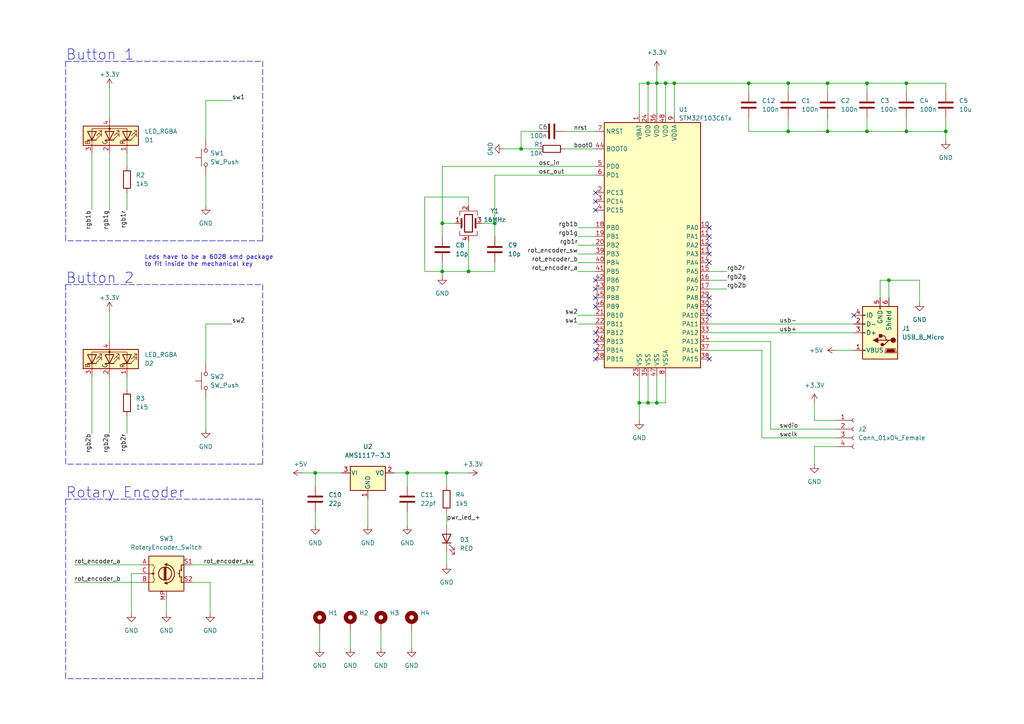
<source format=kicad_sch>
(kicad_sch (version 20211123) (generator eeschema)
  (paper "A4")
  (lib_symbols
    (symbol "Connector:Conn_01x04_Female" (pin_names (offset 1.016) hide)
      (property "Reference" "J" (at 0 5.08 0))
      (property "Value" "Conn_01x04_Female" (at 0 -7.62 0))
      (symbol "Conn_01x04_Female_1_1"
        (arc (start 0 -4.572) (mid -0.508 -5.08) (end 0 -5.588) (stroke (width 0.1524)))
        (arc (start 0 -2.032) (mid -0.508 -2.54) (end 0 -3.048) (stroke (width 0.1524)))
        (polyline (pts (xy -1.27 -5.08) (xy -0.508 -5.08)) (stroke (width 0.1524)))
        (polyline (pts (xy -1.27 -2.54) (xy -0.508 -2.54)) (stroke (width 0.1524)))
        (polyline (pts (xy -1.27 0) (xy -0.508 0)) (stroke (width 0.1524)))
        (polyline (pts (xy -1.27 2.54) (xy -0.508 2.54)) (stroke (width 0.1524)))
        (arc (start 0 0.508) (mid -0.508 0) (end 0 -0.508) (stroke (width 0.1524)))
        (arc (start 0 3.048) (mid -0.508 2.54) (end 0 2.032) (stroke (width 0.1524)))
        (pin passive line (at -5.08 2.54 0) (length 3.81) (name "Pin_1") (number "1"))
        (pin passive line (at -5.08 0 0) (length 3.81) (name "Pin_2") (number "2"))
        (pin passive line (at -5.08 -2.54 0) (length 3.81) (name "Pin_3") (number "3"))
        (pin passive line (at -5.08 -5.08 0) (length 3.81) (name "Pin_4") (number "4"))
      )
    )
    (symbol "Connector:USB_B_Micro" (pin_names (offset 1.016))
      (property "Reference" "J" (at -5.08 11.43 0))
      (property "Value" "USB_B_Micro" (at -5.08 8.89 0))
      (symbol "USB_B_Micro_0_1"
        (rectangle (start -5.08 -7.62) (end 5.08 7.62) (stroke (width 0.254)) (fill (type background)))
        (circle (center -3.81 2.159) (radius 0.635) (stroke (width 0.254)) (fill (type outline)))
        (circle (center -0.635 3.429) (radius 0.381) (stroke (width 0.254)) (fill (type outline)))
        (rectangle (start -0.127 -7.62) (end 0.127 -6.858))
        (polyline (pts (xy -1.905 2.159) (xy 0.635 2.159)) (stroke (width 0.254)))
        (polyline (pts (xy -3.175 2.159) (xy -2.54 2.159) (xy -1.27 3.429) (xy -0.635 3.429)) (stroke (width 0.254)))
        (polyline (pts (xy -2.54 2.159) (xy -1.905 2.159) (xy -1.27 0.889) (xy 0 0.889)) (stroke (width 0.254)))
        (polyline (pts (xy 0.635 2.794) (xy 0.635 1.524) (xy 1.905 2.159) (xy 0.635 2.794)) (stroke (width 0.254)) (fill (type outline)))
        (polyline (pts (xy -4.318 5.588) (xy -1.778 5.588) (xy -2.032 4.826) (xy -4.064 4.826) (xy -4.318 5.588)) (fill (type outline)))
        (polyline (pts (xy -4.699 5.842) (xy -4.699 5.588) (xy -4.445 4.826) (xy -4.445 4.572) (xy -1.651 4.572) (xy -1.651 4.826) (xy -1.397 5.588) (xy -1.397 5.842) (xy -4.699 5.842)))
        (rectangle (start 0.254 1.27) (end -0.508 0.508) (stroke (width 0.254)) (fill (type outline)))
        (rectangle (start 5.08 -5.207) (end 4.318 -4.953))
        (rectangle (start 5.08 -2.667) (end 4.318 -2.413))
        (rectangle (start 5.08 -0.127) (end 4.318 0.127))
        (rectangle (start 5.08 4.953) (end 4.318 5.207))
      )
      (symbol "USB_B_Micro_1_1"
        (pin power_out line (at 7.62 5.08 180) (length 2.54) (name "VBUS") (number "1"))
        (pin bidirectional line (at 7.62 -2.54 180) (length 2.54) (name "D-") (number "2"))
        (pin bidirectional line (at 7.62 0 180) (length 2.54) (name "D+") (number "3"))
        (pin passive line (at 7.62 -5.08 180) (length 2.54) (name "ID") (number "4"))
        (pin power_out line (at 0 -10.16 90) (length 2.54) (name "GND") (number "5"))
        (pin passive line (at -2.54 -10.16 90) (length 2.54) (name "Shield") (number "6"))
      )
    )
    (symbol "Device:C" (pin_numbers hide) (pin_names (offset 0.254))
      (property "Reference" "C" (at 0.635 2.54 0))
      (property "Value" "C" (at 0.635 -2.54 0))
      (symbol "C_0_1"
        (polyline (pts (xy -2.032 -0.762) (xy 2.032 -0.762)) (stroke (width 0.508)))
        (polyline (pts (xy -2.032 0.762) (xy 2.032 0.762)) (stroke (width 0.508)))
      )
      (symbol "C_1_1"
        (pin passive line (at 0 3.81 270) (length 2.794) (name "~") (number "1"))
        (pin passive line (at 0 -3.81 90) (length 2.794) (name "~") (number "2"))
      )
    )
    (symbol "Device:Crystal_GND24" (pin_names (offset 1.016) hide)
      (property "Reference" "Y" (at 3.175 5.08 0))
      (property "Value" "Crystal_GND24" (at 3.175 3.175 0))
      (symbol "Crystal_GND24_0_1"
        (rectangle (start -1.143 2.54) (end 1.143 -2.54) (stroke (width 0.3048)))
        (polyline (pts (xy -2.54 0) (xy -2.032 0)))
        (polyline (pts (xy -2.032 -1.27) (xy -2.032 1.27)) (stroke (width 0.508)))
        (polyline (pts (xy 0 -3.81) (xy 0 -3.556)))
        (polyline (pts (xy 0 3.556) (xy 0 3.81)))
        (polyline (pts (xy 2.032 -1.27) (xy 2.032 1.27)) (stroke (width 0.508)))
        (polyline (pts (xy 2.032 0) (xy 2.54 0)))
        (polyline (pts (xy -2.54 -2.286) (xy -2.54 -3.556) (xy 2.54 -3.556) (xy 2.54 -2.286)))
        (polyline (pts (xy -2.54 2.286) (xy -2.54 3.556) (xy 2.54 3.556) (xy 2.54 2.286)))
      )
      (symbol "Crystal_GND24_1_1"
        (pin passive line (at -3.81 0 0) (length 1.27) (name "1") (number "1"))
        (pin passive line (at 0 5.08 270) (length 1.27) (name "2") (number "2"))
        (pin passive line (at 3.81 0 180) (length 1.27) (name "3") (number "3"))
        (pin passive line (at 0 -5.08 90) (length 1.27) (name "4") (number "4"))
      )
    )
    (symbol "Device:LED" (pin_numbers hide) (pin_names (offset 1.016) hide)
      (property "Reference" "D" (at 0 2.54 0))
      (property "Value" "LED" (at 0 -2.54 0))
      (symbol "LED_0_1"
        (polyline (pts (xy -1.27 -1.27) (xy -1.27 1.27)) (stroke (width 0.254)))
        (polyline (pts (xy -1.27 0) (xy 1.27 0)))
        (polyline (pts (xy 1.27 -1.27) (xy 1.27 1.27) (xy -1.27 0) (xy 1.27 -1.27)) (stroke (width 0.254)))
        (polyline (pts (xy -3.048 -0.762) (xy -4.572 -2.286) (xy -3.81 -2.286) (xy -4.572 -2.286) (xy -4.572 -1.524)))
        (polyline (pts (xy -1.778 -0.762) (xy -3.302 -2.286) (xy -2.54 -2.286) (xy -3.302 -2.286) (xy -3.302 -1.524)))
      )
      (symbol "LED_1_1"
        (pin passive line (at -3.81 0 0) (length 2.54) (name "K") (number "1"))
        (pin passive line (at 3.81 0 180) (length 2.54) (name "A") (number "2"))
      )
    )
    (symbol "Device:LED_RGBA" (pin_names (offset 0) hide)
      (property "Reference" "D" (at 0 9.398 0))
      (property "Value" "LED_RGBA" (at 0 -8.89 0))
      (symbol "LED_RGBA_0_0"
        (text "B" (at -1.905 -6.35 0) (effects (font (size 1.27 1.27))))
        (text "G" (at -1.905 -1.27 0) (effects (font (size 1.27 1.27))))
        (text "R" (at -1.905 3.81 0) (effects (font (size 1.27 1.27))))
      )
      (symbol "LED_RGBA_0_1"
        (polyline (pts (xy -1.27 -5.08) (xy -2.54 -5.08)))
        (polyline (pts (xy -1.27 -5.08) (xy 1.27 -5.08)))
        (polyline (pts (xy -1.27 -3.81) (xy -1.27 -6.35)) (stroke (width 0.254)))
        (polyline (pts (xy -1.27 0) (xy -2.54 0)))
        (polyline (pts (xy -1.27 1.27) (xy -1.27 -1.27)) (stroke (width 0.254)))
        (polyline (pts (xy -1.27 5.08) (xy -2.54 5.08)))
        (polyline (pts (xy -1.27 5.08) (xy 1.27 5.08)))
        (polyline (pts (xy -1.27 6.35) (xy -1.27 3.81)) (stroke (width 0.254)))
        (polyline (pts (xy 1.27 0) (xy -1.27 0)))
        (polyline (pts (xy 1.27 0) (xy 2.54 0)))
        (polyline (pts (xy -1.27 1.27) (xy -1.27 -1.27) (xy -1.27 -1.27)))
        (polyline (pts (xy -1.27 6.35) (xy -1.27 3.81) (xy -1.27 3.81)))
        (polyline (pts (xy 1.27 -5.08) (xy 2.032 -5.08) (xy 2.032 5.08) (xy 1.27 5.08)))
        (polyline (pts (xy 1.27 -3.81) (xy 1.27 -6.35) (xy -1.27 -5.08) (xy 1.27 -3.81)) (stroke (width 0.254)))
        (polyline (pts (xy 1.27 1.27) (xy 1.27 -1.27) (xy -1.27 0) (xy 1.27 1.27)) (stroke (width 0.254)))
        (polyline (pts (xy 1.27 6.35) (xy 1.27 3.81) (xy -1.27 5.08) (xy 1.27 6.35)) (stroke (width 0.254)))
        (polyline (pts (xy -1.016 -3.81) (xy 0.508 -2.286) (xy -0.254 -2.286) (xy 0.508 -2.286) (xy 0.508 -3.048)))
        (polyline (pts (xy -1.016 1.27) (xy 0.508 2.794) (xy -0.254 2.794) (xy 0.508 2.794) (xy 0.508 2.032)))
        (polyline (pts (xy -1.016 6.35) (xy 0.508 7.874) (xy -0.254 7.874) (xy 0.508 7.874) (xy 0.508 7.112)))
        (polyline (pts (xy 0 -3.81) (xy 1.524 -2.286) (xy 0.762 -2.286) (xy 1.524 -2.286) (xy 1.524 -3.048)))
        (polyline (pts (xy 0 1.27) (xy 1.524 2.794) (xy 0.762 2.794) (xy 1.524 2.794) (xy 1.524 2.032)))
        (polyline (pts (xy 0 6.35) (xy 1.524 7.874) (xy 0.762 7.874) (xy 1.524 7.874) (xy 1.524 7.112)))
        (rectangle (start 1.27 -1.27) (end 1.27 1.27))
        (rectangle (start 1.27 1.27) (end 1.27 1.27))
        (rectangle (start 1.27 3.81) (end 1.27 6.35))
        (rectangle (start 1.27 6.35) (end 1.27 6.35))
        (circle (center 2.032 0) (radius 0.254) (fill (type outline)))
        (rectangle (start 2.794 8.382) (end -2.794 -7.62) (stroke (width 0.254)) (fill (type background)))
      )
      (symbol "LED_RGBA_1_1"
        (pin passive line (at -5.08 5.08 0) (length 2.54) (name "RK") (number "1"))
        (pin passive line (at -5.08 0 0) (length 2.54) (name "GK") (number "2"))
        (pin passive line (at -5.08 -5.08 0) (length 2.54) (name "BK") (number "3"))
        (pin passive line (at 5.08 0 180) (length 2.54) (name "A") (number "4"))
      )
    )
    (symbol "Device:R" (pin_numbers hide) (pin_names (offset 0))
      (property "Reference" "R" (at 2.032 0 90))
      (property "Value" "R" (at 0 0 90))
      (symbol "R_0_1"
        (rectangle (start -1.016 -2.54) (end 1.016 2.54) (stroke (width 0.254)))
      )
      (symbol "R_1_1"
        (pin passive line (at 0 3.81 270) (length 1.27) (name "~") (number "1"))
        (pin passive line (at 0 -3.81 90) (length 1.27) (name "~") (number "2"))
      )
    )
    (symbol "Device:RotaryEncoder_Switch" (pin_names (offset 0.254) hide)
      (property "Reference" "SW3" (at 0 10.16 0))
      (property "Value" "RotaryEncoder_Switch" (at 0 7.62 0))
      (symbol "RotaryEncoder_Switch_0_1"
        (rectangle (start -5.08 5.08) (end 5.08 -5.08) (stroke (width 0.254)) (fill (type background)))
        (circle (center -3.81 0) (radius 0.254) (fill (type outline)))
        (arc (start -0.381 -2.794) (mid 2.3622 -0.0508) (end -0.381 2.667) (stroke (width 0.254)))
        (circle (center -0.381 0) (radius 1.905) (stroke (width 0.254)))
        (polyline (pts (xy -0.635 -1.778) (xy -0.635 1.778)) (stroke (width 0.254)))
        (polyline (pts (xy -0.381 -1.778) (xy -0.381 1.778)) (stroke (width 0.254)))
        (polyline (pts (xy -0.127 1.778) (xy -0.127 -1.778)) (stroke (width 0.254)))
        (polyline (pts (xy 3.81 0) (xy 3.429 0)) (stroke (width 0.254)))
        (polyline (pts (xy 3.81 1.016) (xy 3.81 -1.016)) (stroke (width 0.254)))
        (polyline (pts (xy -5.08 -2.54) (xy -3.81 -2.54) (xy -3.81 -2.032)))
        (polyline (pts (xy -5.08 2.54) (xy -3.81 2.54) (xy -3.81 2.032)))
        (polyline (pts (xy 0.254 -3.048) (xy -0.508 -2.794) (xy 0.127 -2.413)) (stroke (width 0.254)))
        (polyline (pts (xy 0.254 2.921) (xy -0.508 2.667) (xy 0.127 2.286)) (stroke (width 0.254)))
        (polyline (pts (xy 5.08 -2.54) (xy 4.318 -2.54) (xy 4.318 -1.016)) (stroke (width 0.254)))
        (polyline (pts (xy 5.08 2.54) (xy 4.318 2.54) (xy 4.318 1.016)) (stroke (width 0.254)))
        (polyline (pts (xy -5.08 0) (xy -3.81 0) (xy -3.81 -1.016) (xy -3.302 -2.032)))
        (polyline (pts (xy -4.318 0) (xy -3.81 0) (xy -3.81 1.016) (xy -3.302 2.032)))
        (circle (center 4.318 -1.016) (radius 0.127) (stroke (width 0.254)))
        (circle (center 4.318 1.016) (radius 0.127) (stroke (width 0.254)))
      )
      (symbol "RotaryEncoder_Switch_1_1"
        (pin passive line (at -7.62 2.54 0) (length 2.54) (name "A") (number "A"))
        (pin passive line (at -7.62 -2.54 0) (length 2.54) (name "B") (number "B"))
        (pin passive line (at -7.62 0 0) (length 2.54) (name "C") (number "C"))
        (pin passive line (at 0 -7.62 90) (length 2.54) (name "MP") (number "MP"))
        (pin passive line (at 7.62 2.54 180) (length 2.54) (name "S1") (number "S1"))
        (pin passive line (at 7.62 -2.54 180) (length 2.54) (name "S2") (number "S2"))
      )
    )
    (symbol "MCU_ST_STM32F1:STM32F103C6Tx"
      (property "Reference" "U" (at -15.24 36.83 0))
      (property "Value" "STM32F103C6Tx" (at 7.62 36.83 0))
      (symbol "STM32F103C6Tx_0_1"
        (rectangle (start -15.24 -35.56) (end 12.7 35.56) (stroke (width 0.254)) (fill (type background)))
      )
      (symbol "STM32F103C6Tx_1_1"
        (pin power_in line (at -5.08 38.1 270) (length 2.54) (name "VBAT") (number "1"))
        (pin bidirectional line (at 15.24 5.08 180) (length 2.54) (name "PA0") (number "10"))
        (pin bidirectional line (at 15.24 2.54 180) (length 2.54) (name "PA1") (number "11"))
        (pin bidirectional line (at 15.24 0 180) (length 2.54) (name "PA2") (number "12"))
        (pin bidirectional line (at 15.24 -2.54 180) (length 2.54) (name "PA3") (number "13"))
        (pin bidirectional line (at 15.24 -5.08 180) (length 2.54) (name "PA4") (number "14"))
        (pin bidirectional line (at 15.24 -7.62 180) (length 2.54) (name "PA5") (number "15"))
        (pin bidirectional line (at 15.24 -10.16 180) (length 2.54) (name "PA6") (number "16"))
        (pin bidirectional line (at 15.24 -12.7 180) (length 2.54) (name "PA7") (number "17"))
        (pin bidirectional line (at -17.78 5.08 0) (length 2.54) (name "PB0") (number "18"))
        (pin bidirectional line (at -17.78 2.54 0) (length 2.54) (name "PB1") (number "19"))
        (pin bidirectional line (at -17.78 15.24 0) (length 2.54) (name "PC13") (number "2"))
        (pin bidirectional line (at -17.78 0 0) (length 2.54) (name "PB2") (number "20"))
        (pin bidirectional line (at -17.78 -20.32 0) (length 2.54) (name "PB10") (number "21"))
        (pin bidirectional line (at -17.78 -22.86 0) (length 2.54) (name "PB11") (number "22"))
        (pin power_in line (at -5.08 -38.1 90) (length 2.54) (name "VSS") (number "23"))
        (pin power_in line (at -2.54 38.1 270) (length 2.54) (name "VDD") (number "24"))
        (pin bidirectional line (at -17.78 -25.4 0) (length 2.54) (name "PB12") (number "25"))
        (pin bidirectional line (at -17.78 -27.94 0) (length 2.54) (name "PB13") (number "26"))
        (pin bidirectional line (at -17.78 -30.48 0) (length 2.54) (name "PB14") (number "27"))
        (pin bidirectional line (at -17.78 -33.02 0) (length 2.54) (name "PB15") (number "28"))
        (pin bidirectional line (at 15.24 -15.24 180) (length 2.54) (name "PA8") (number "29"))
        (pin bidirectional line (at -17.78 12.7 0) (length 2.54) (name "PC14") (number "3"))
        (pin bidirectional line (at 15.24 -17.78 180) (length 2.54) (name "PA9") (number "30"))
        (pin bidirectional line (at 15.24 -20.32 180) (length 2.54) (name "PA10") (number "31"))
        (pin bidirectional line (at 15.24 -22.86 180) (length 2.54) (name "PA11") (number "32"))
        (pin bidirectional line (at 15.24 -25.4 180) (length 2.54) (name "PA12") (number "33"))
        (pin bidirectional line (at 15.24 -27.94 180) (length 2.54) (name "PA13") (number "34"))
        (pin power_in line (at -2.54 -38.1 90) (length 2.54) (name "VSS") (number "35"))
        (pin power_in line (at 0 38.1 270) (length 2.54) (name "VDD") (number "36"))
        (pin bidirectional line (at 15.24 -30.48 180) (length 2.54) (name "PA14") (number "37"))
        (pin bidirectional line (at 15.24 -33.02 180) (length 2.54) (name "PA15") (number "38"))
        (pin bidirectional line (at -17.78 -2.54 0) (length 2.54) (name "PB3") (number "39"))
        (pin bidirectional line (at -17.78 10.16 0) (length 2.54) (name "PC15") (number "4"))
        (pin bidirectional line (at -17.78 -5.08 0) (length 2.54) (name "PB4") (number "40"))
        (pin bidirectional line (at -17.78 -7.62 0) (length 2.54) (name "PB5") (number "41"))
        (pin bidirectional line (at -17.78 -10.16 0) (length 2.54) (name "PB6") (number "42"))
        (pin bidirectional line (at -17.78 -12.7 0) (length 2.54) (name "PB7") (number "43"))
        (pin input line (at -17.78 27.94 0) (length 2.54) (name "BOOT0") (number "44"))
        (pin bidirectional line (at -17.78 -15.24 0) (length 2.54) (name "PB8") (number "45"))
        (pin bidirectional line (at -17.78 -17.78 0) (length 2.54) (name "PB9") (number "46"))
        (pin power_in line (at 0 -38.1 90) (length 2.54) (name "VSS") (number "47"))
        (pin power_in line (at 2.54 38.1 270) (length 2.54) (name "VDD") (number "48"))
        (pin input line (at -17.78 22.86 0) (length 2.54) (name "PD0") (number "5"))
        (pin input line (at -17.78 20.32 0) (length 2.54) (name "PD1") (number "6"))
        (pin input line (at -17.78 33.02 0) (length 2.54) (name "NRST") (number "7"))
        (pin power_in line (at 2.54 -38.1 90) (length 2.54) (name "VSSA") (number "8"))
        (pin power_in line (at 5.08 38.1 270) (length 2.54) (name "VDDA") (number "9"))
      )
    )
    (symbol "Mechanical:MountingHole_Pad" (pin_numbers hide) (pin_names (offset 1.016) hide)
      (property "Reference" "H" (at 0 6.35 0))
      (property "Value" "MountingHole_Pad" (at 0 4.445 0))
      (symbol "MountingHole_Pad_0_1"
        (circle (center 0 1.27) (radius 1.27) (stroke (width 1.27)))
      )
      (symbol "MountingHole_Pad_1_1"
        (pin input line (at 0 -2.54 90) (length 2.54) (name "1") (number "1"))
      )
    )
    (symbol "Regulator_Linear:AMS1117-3.3" (pin_names (offset 0.254))
      (property "Reference" "U" (at -3.81 3.175 0))
      (property "Value" "AMS1117-3.3" (at 0 3.175 0))
      (symbol "AMS1117-3.3_0_1"
        (rectangle (start -5.08 -5.08) (end 5.08 1.905) (stroke (width 0.254)) (fill (type background)))
      )
      (symbol "AMS1117-3.3_1_1"
        (pin power_in line (at 0 -7.62 90) (length 2.54) (name "GND") (number "1"))
        (pin power_out line (at 7.62 0 180) (length 2.54) (name "VO") (number "2"))
        (pin power_in line (at -7.62 0 0) (length 2.54) (name "VI") (number "3"))
      )
    )
    (symbol "Switch:SW_Push" (pin_numbers hide) (pin_names (offset 1.016) hide)
      (property "Reference" "SW" (at 1.27 2.54 0))
      (property "Value" "SW_Push" (at 0 -1.524 0))
      (symbol "SW_Push_0_1"
        (circle (center -2.032 0) (radius 0.508))
        (polyline (pts (xy 0 1.27) (xy 0 3.048)))
        (polyline (pts (xy 2.54 1.27) (xy -2.54 1.27)))
        (circle (center 2.032 0) (radius 0.508))
        (pin passive line (at -5.08 0 0) (length 2.54) (name "1") (number "1"))
        (pin passive line (at 5.08 0 180) (length 2.54) (name "2") (number "2"))
      )
    )
    (symbol "power:+3.3V" (power) (pin_names (offset 0))
      (property "Value" "+3.3V" (at 0 3.556 0))
      (symbol "+3.3V_0_1"
        (polyline (pts (xy -0.762 1.27) (xy 0 2.54)))
        (polyline (pts (xy 0 0) (xy 0 2.54)))
        (polyline (pts (xy 0 2.54) (xy 0.762 1.27)))
      )
      (symbol "+3.3V_1_1"
        (pin power_in line (at 0 0 90) (length 0) hide (name "+3.3V") (number "1"))
      )
    )
    (symbol "power:+5V" (power) (pin_names (offset 0))
      (property "Value" "+5V" (at 0 3.556 0))
      (symbol "+5V_0_1"
        (polyline (pts (xy -0.762 1.27) (xy 0 2.54)))
        (polyline (pts (xy 0 0) (xy 0 2.54)))
        (polyline (pts (xy 0 2.54) (xy 0.762 1.27)))
      )
      (symbol "+5V_1_1"
        (pin power_in line (at 0 0 90) (length 0) hide (name "+5V") (number "1"))
      )
    )
    (symbol "power:GND" (power) (pin_names (offset 0))
      (property "Value" "GND" (at 0 -3.81 0))
      (symbol "GND_0_1"
        (polyline (pts (xy 0 0) (xy 0 -1.27) (xy 1.27 -1.27) (xy 0 -2.54) (xy -1.27 -1.27) (xy 0 -1.27)))
      )
      (symbol "GND_1_1"
        (pin power_in line (at 0 0 270) (length 0) hide (name "GND") (number "1"))
      )
    )
  )
  (junction (at 128.27 64.77))
  (junction (at 240.03 38.1))
  (junction (at 129.54 137.16))
  (junction (at 251.46 38.1))
  (junction (at 217.17 24.13))
  (junction (at 151.13 43.18))
  (junction (at 190.5 24.13))
  (junction (at 228.6 24.13))
  (junction (at 185.42 116.84))
  (junction (at 251.46 24.13))
  (junction (at 187.96 24.13))
  (junction (at 187.96 116.84))
  (junction (at 128.27 78.74))
  (junction (at 262.89 38.1))
  (junction (at 193.04 24.13))
  (junction (at 135.89 78.74))
  (junction (at 91.44 137.16))
  (junction (at 195.58 24.13))
  (junction (at 228.6 38.1))
  (junction (at 118.11 137.16))
  (junction (at 257.81 81.28))
  (junction (at 274.32 38.1))
  (junction (at 143.51 64.77))
  (junction (at 190.5 116.84))
  (junction (at 262.89 24.13))
  (junction (at 240.03 24.13))
  (no_connect (at 247.65 91.44))
  (no_connect (at 205.74 68.58))
  (no_connect (at 205.74 66.04))
  (no_connect (at 205.74 76.2))
  (no_connect (at 205.74 73.66))
  (no_connect (at 205.74 71.12))
  (no_connect (at 205.74 104.14))
  (no_connect (at 205.74 91.44))
  (no_connect (at 205.74 86.36))
  (no_connect (at 205.74 88.9))
  (no_connect (at 172.72 81.28))
  (no_connect (at 172.72 83.82))
  (no_connect (at 172.72 86.36))
  (no_connect (at 172.72 88.9))
  (no_connect (at 172.72 96.52))
  (no_connect (at 172.72 99.06))
  (no_connect (at 172.72 101.6))
  (no_connect (at 172.72 104.14))
  (no_connect (at 172.72 55.88))
  (no_connect (at 172.72 58.42))
  (no_connect (at 172.72 60.96))
  (wire (pts (xy 36.83 48.26) (xy 36.83 44.45)))
  (wire (pts (xy 31.75 44.45) (xy 31.75 60.96)))
  (wire (pts (xy 31.75 34.29) (xy 31.75 25.4)))
  (wire (pts (xy 217.17 38.1) (xy 228.6 38.1)))
  (polyline (pts (xy 76.2 134.62) (xy 19.05 134.62)))
  (wire (pts (xy 190.5 20.32) (xy 190.5 24.13)))
  (wire (pts (xy 143.51 50.8) (xy 143.51 64.77)))
  (wire (pts (xy 255.27 86.36) (xy 255.27 81.28)))
  (wire (pts (xy 274.32 38.1) (xy 274.32 34.29)))
  (wire (pts (xy 21.59 163.83) (xy 40.64 163.83)))
  (wire (pts (xy 190.5 109.22) (xy 190.5 116.84)))
  (polyline (pts (xy 19.05 82.55) (xy 76.2 82.55)))
  (wire (pts (xy 129.54 148.59) (xy 129.54 152.4)))
  (wire (pts (xy 240.03 24.13) (xy 240.03 26.67)))
  (wire (pts (xy 156.21 43.18) (xy 151.13 43.18)))
  (wire (pts (xy 274.32 38.1) (xy 274.32 40.64)))
  (wire (pts (xy 240.03 38.1) (xy 251.46 38.1)))
  (wire (pts (xy 163.83 38.1) (xy 172.72 38.1)))
  (wire (pts (xy 129.54 137.16) (xy 129.54 140.97)))
  (wire (pts (xy 205.74 96.52) (xy 247.65 96.52)))
  (wire (pts (xy 167.64 78.74) (xy 172.72 78.74)))
  (wire (pts (xy 36.83 113.03) (xy 36.83 109.22)))
  (wire (pts (xy 236.22 116.84) (xy 236.22 121.92)))
  (wire (pts (xy 251.46 26.67) (xy 251.46 24.13)))
  (wire (pts (xy 31.75 99.06) (xy 31.75 90.17)))
  (wire (pts (xy 143.51 76.2) (xy 143.51 78.74)))
  (wire (pts (xy 217.17 24.13) (xy 228.6 24.13)))
  (wire (pts (xy 128.27 68.58) (xy 128.27 64.77)))
  (wire (pts (xy 167.64 68.58) (xy 172.72 68.58)))
  (wire (pts (xy 220.98 127) (xy 220.98 101.6)))
  (wire (pts (xy 266.7 81.28) (xy 266.7 87.63)))
  (wire (pts (xy 91.44 148.59) (xy 91.44 152.4)))
  (wire (pts (xy 172.72 93.98) (xy 167.64 93.98)))
  (wire (pts (xy 187.96 33.02) (xy 187.96 24.13)))
  (wire (pts (xy 55.88 168.91) (xy 60.96 168.91)))
  (wire (pts (xy 228.6 24.13) (xy 228.6 26.67)))
  (wire (pts (xy 59.69 115.57) (xy 59.69 124.46)))
  (wire (pts (xy 119.38 182.88) (xy 119.38 187.96)))
  (wire (pts (xy 251.46 24.13) (xy 262.89 24.13)))
  (wire (pts (xy 38.1 166.37) (xy 38.1 177.8)))
  (wire (pts (xy 167.64 71.12) (xy 172.72 71.12)))
  (wire (pts (xy 193.04 109.22) (xy 193.04 116.84)))
  (wire (pts (xy 128.27 76.2) (xy 128.27 78.74)))
  (polyline (pts (xy 19.05 17.78) (xy 19.05 69.85)))
  (wire (pts (xy 91.44 137.16) (xy 99.06 137.16)))
  (wire (pts (xy 26.67 109.22) (xy 26.67 125.73)))
  (wire (pts (xy 205.74 78.74) (xy 210.82 78.74)))
  (wire (pts (xy 40.64 166.37) (xy 38.1 166.37)))
  (wire (pts (xy 240.03 24.13) (xy 251.46 24.13)))
  (wire (pts (xy 135.89 78.74) (xy 143.51 78.74)))
  (polyline (pts (xy 76.2 82.55) (xy 76.2 134.62)))
  (wire (pts (xy 59.69 50.8) (xy 59.69 59.69)))
  (wire (pts (xy 87.63 137.16) (xy 91.44 137.16)))
  (wire (pts (xy 128.27 64.77) (xy 132.08 64.77)))
  (wire (pts (xy 195.58 24.13) (xy 217.17 24.13)))
  (wire (pts (xy 193.04 24.13) (xy 193.04 33.02)))
  (wire (pts (xy 163.83 43.18) (xy 172.72 43.18)))
  (wire (pts (xy 59.69 29.21) (xy 67.31 29.21)))
  (wire (pts (xy 274.32 24.13) (xy 274.32 26.67)))
  (wire (pts (xy 193.04 24.13) (xy 195.58 24.13)))
  (polyline (pts (xy 76.2 69.85) (xy 19.05 69.85)))
  (wire (pts (xy 135.89 69.85) (xy 135.89 78.74)))
  (polyline (pts (xy 76.2 17.78) (xy 76.2 69.85)))
  (wire (pts (xy 151.13 43.18) (xy 146.05 43.18)))
  (wire (pts (xy 118.11 137.16) (xy 129.54 137.16)))
  (wire (pts (xy 187.96 116.84) (xy 190.5 116.84)))
  (wire (pts (xy 128.27 48.26) (xy 172.72 48.26)))
  (wire (pts (xy 123.19 57.15) (xy 123.19 78.74)))
  (polyline (pts (xy 19.05 17.78) (xy 76.2 17.78)))
  (wire (pts (xy 156.21 38.1) (xy 151.13 38.1)))
  (wire (pts (xy 262.89 34.29) (xy 262.89 38.1)))
  (wire (pts (xy 228.6 24.13) (xy 240.03 24.13)))
  (wire (pts (xy 135.89 57.15) (xy 123.19 57.15)))
  (wire (pts (xy 31.75 109.22) (xy 31.75 125.73)))
  (wire (pts (xy 92.71 182.88) (xy 92.71 187.96)))
  (wire (pts (xy 187.96 24.13) (xy 190.5 24.13)))
  (wire (pts (xy 128.27 78.74) (xy 135.89 78.74)))
  (wire (pts (xy 262.89 24.13) (xy 274.32 24.13)))
  (wire (pts (xy 185.42 116.84) (xy 185.42 121.92)))
  (wire (pts (xy 242.57 101.6) (xy 247.65 101.6)))
  (wire (pts (xy 223.52 99.06) (xy 223.52 124.46)))
  (wire (pts (xy 251.46 34.29) (xy 251.46 38.1)))
  (wire (pts (xy 129.54 137.16) (xy 135.89 137.16)))
  (wire (pts (xy 240.03 34.29) (xy 240.03 38.1)))
  (wire (pts (xy 187.96 109.22) (xy 187.96 116.84)))
  (wire (pts (xy 101.6 182.88) (xy 101.6 187.96)))
  (wire (pts (xy 59.69 93.98) (xy 67.31 93.98)))
  (wire (pts (xy 262.89 38.1) (xy 274.32 38.1)))
  (wire (pts (xy 172.72 73.66) (xy 167.64 73.66)))
  (wire (pts (xy 118.11 148.59) (xy 118.11 152.4)))
  (wire (pts (xy 251.46 38.1) (xy 262.89 38.1)))
  (wire (pts (xy 91.44 140.97) (xy 91.44 137.16)))
  (polyline (pts (xy 19.05 82.55) (xy 19.05 134.62)))
  (wire (pts (xy 185.42 33.02) (xy 185.42 24.13)))
  (polyline (pts (xy 76.2 196.85) (xy 19.05 196.85)))
  (wire (pts (xy 205.74 83.82) (xy 210.82 83.82)))
  (polyline (pts (xy 76.2 144.78) (xy 76.2 196.85)))
  (polyline (pts (xy 19.05 144.78) (xy 76.2 144.78)))
  (wire (pts (xy 205.74 99.06) (xy 223.52 99.06)))
  (wire (pts (xy 228.6 38.1) (xy 240.03 38.1)))
  (wire (pts (xy 185.42 116.84) (xy 187.96 116.84)))
  (wire (pts (xy 36.83 125.73) (xy 36.83 120.65)))
  (wire (pts (xy 123.19 78.74) (xy 128.27 78.74)))
  (wire (pts (xy 190.5 24.13) (xy 193.04 24.13)))
  (wire (pts (xy 36.83 60.96) (xy 36.83 55.88)))
  (wire (pts (xy 257.81 81.28) (xy 257.81 86.36)))
  (wire (pts (xy 217.17 24.13) (xy 217.17 26.67)))
  (wire (pts (xy 185.42 24.13) (xy 187.96 24.13)))
  (wire (pts (xy 21.59 168.91) (xy 40.64 168.91)))
  (wire (pts (xy 55.88 163.83) (xy 73.66 163.83)))
  (wire (pts (xy 220.98 101.6) (xy 205.74 101.6)))
  (wire (pts (xy 262.89 24.13) (xy 262.89 26.67)))
  (wire (pts (xy 185.42 109.22) (xy 185.42 116.84)))
  (wire (pts (xy 217.17 34.29) (xy 217.17 38.1)))
  (polyline (pts (xy 19.05 144.78) (xy 19.05 196.85)))
  (wire (pts (xy 26.67 44.45) (xy 26.67 60.96)))
  (wire (pts (xy 118.11 140.97) (xy 118.11 137.16)))
  (wire (pts (xy 59.69 105.41) (xy 59.69 93.98)))
  (wire (pts (xy 110.49 182.88) (xy 110.49 187.96)))
  (wire (pts (xy 60.96 168.91) (xy 60.96 177.8)))
  (wire (pts (xy 223.52 124.46) (xy 242.57 124.46)))
  (wire (pts (xy 172.72 91.44) (xy 167.64 91.44)))
  (wire (pts (xy 236.22 129.54) (xy 236.22 134.62)))
  (wire (pts (xy 48.26 173.99) (xy 48.26 177.8)))
  (wire (pts (xy 143.51 64.77) (xy 143.51 68.58)))
  (wire (pts (xy 135.89 59.69) (xy 135.89 57.15)))
  (wire (pts (xy 190.5 116.84) (xy 193.04 116.84)))
  (wire (pts (xy 257.81 81.28) (xy 266.7 81.28)))
  (wire (pts (xy 242.57 127) (xy 220.98 127)))
  (wire (pts (xy 242.57 129.54) (xy 236.22 129.54)))
  (wire (pts (xy 59.69 40.64) (xy 59.69 29.21)))
  (wire (pts (xy 205.74 93.98) (xy 247.65 93.98)))
  (wire (pts (xy 228.6 34.29) (xy 228.6 38.1)))
  (wire (pts (xy 114.3 137.16) (xy 118.11 137.16)))
  (wire (pts (xy 128.27 78.74) (xy 128.27 80.01)))
  (wire (pts (xy 129.54 160.02) (xy 129.54 163.83)))
  (wire (pts (xy 190.5 24.13) (xy 190.5 33.02)))
  (wire (pts (xy 106.68 144.78) (xy 106.68 152.4)))
  (wire (pts (xy 205.74 81.28) (xy 210.82 81.28)))
  (wire (pts (xy 128.27 48.26) (xy 128.27 64.77)))
  (wire (pts (xy 151.13 38.1) (xy 151.13 43.18)))
  (wire (pts (xy 242.57 121.92) (xy 236.22 121.92)))
  (wire (pts (xy 167.64 66.04) (xy 172.72 66.04)))
  (wire (pts (xy 139.7 64.77) (xy 143.51 64.77)))
  (wire (pts (xy 195.58 33.02) (xy 195.58 24.13)))
  (wire (pts (xy 143.51 50.8) (xy 172.72 50.8)))
  (wire (pts (xy 167.64 76.2) (xy 172.72 76.2)))
  (wire (pts (xy 255.27 81.28) (xy 257.81 81.28)))
  (text "Leds have to be a 6028 smd package\nto fit inside the mechanical key\n" (at 41.91 77.47 0) (effects (font (size 1.27 1.27)) (justify left bottom)))
  (text "Rotary Encoder" (at 19.05 144.78 0) (effects (font (size 3 3)) (justify left bottom)))
  (text "Button 1\n" (at 19.05 17.78 0) (effects (font (size 3 3)) (justify left bottom)))
  (text "Button 2\n" (at 19.05 82.55 0) (effects (font (size 3 3)) (justify left bottom)))
  (label "usb-" (at 226.06 93.98 0))
  (label "rgb2b" (at 26.67 125.73 270))
  (label "rot_encoder_a" (at 21.59 163.83 0))
  (label "sw1" (at 67.31 29.21 0))
  (label "rgb2b" (at 210.82 83.82 0))
  (label "rgb2r" (at 210.82 78.74 0))
  (label "pwr_led_+" (at 129.54 151.13 0))
  (label "rot_encoder_a" (at 167.64 78.74 180))
  (label "sw2" (at 67.31 93.98 0))
  (label "sw2" (at 167.64 91.44 180))
  (label "rgb2g" (at 210.82 81.28 0))
  (label "sw1" (at 167.64 93.98 180))
  (label "rgb1r" (at 167.64 71.12 180))
  (label "rgb2g" (at 31.75 125.73 270))
  (label "rgb1b" (at 167.64 66.04 180))
  (label "swdio" (at 226.06 124.46 0))
  (label "osc_out" (at 156.21 50.8 0))
  (label "rot_encoder_sw" (at 167.64 73.66 180))
  (label "rgb1b" (at 26.67 60.96 270))
  (label "rgb1r" (at 36.83 60.96 270))
  (label "osc_in" (at 156.21 48.26 0))
  (label "rot_encoder_b" (at 167.64 76.2 180))
  (label "boot0" (at 166.37 43.18 0))
  (label "nrst" (at 166.37 38.1 0))
  (label "usb+" (at 226.06 96.52 0))
  (label "rot_encoder_sw" (at 73.66 163.83 180))
  (label "rot_encoder_b" (at 21.59 168.91 0))
  (label "rgb1g" (at 167.64 68.58 180))
  (label "rgb2r" (at 36.83 125.73 270))
  (label "rgb1g" (at 31.75 60.96 270))
  (label "swclk" (at 226.06 127 0))
  (symbol (lib_id "power:+5V") (at 87.63 137.16 90) (unit 1)
    (property "Reference" "#PWR016" (effects hide))
    (property "Value" "+5V" (at 85.09 134.62 90) (effects (justify right)))
  )
  (symbol (lib_id "Device:C") (at 228.6 30.48 0) (unit 1)
    (property "Reference" "C1" (at 232.41 29.2099 0) (effects (justify left)))
    (property "Value" "100n" (at 232.41 31.7499 0) (effects (justify left)))
    (property "Footprint" "Capacitor_SMD:C_0402_1005Metric_Pad0.74x0.62mm_HandSolder" (effects hide))
  )
  (symbol (lib_id "power:GND") (at 274.32 40.64 0) (unit 1)
    (property "Reference" "#PWR03" (effects hide))
    (property "Value" "GND" (at 274.32 45.72 0))
  )
  (symbol (lib_id "power:GND") (at 185.42 121.92 0) (unit 1)
    (property "Reference" "#PWR014" (effects hide))
    (property "Value" "GND" (at 185.42 127 0))
  )
  (symbol (lib_id "Device:R") (at 160.02 43.18 270) (mirror x) (unit 1)
    (property "Reference" "R1" (at 154.94 41.91 90) (effects (justify left)))
    (property "Value" "10K" (at 153.67 44.45 90) (effects (justify left)))
    (property "Footprint" "Resistor_SMD:R_0402_1005Metric_Pad0.72x0.64mm_HandSolder" (effects hide))
  )
  (symbol (lib_id "power:GND") (at 38.1 177.8 0) (unit 1)
    (property "Reference" "#PWR018" (effects hide))
    (property "Value" "GND" (at 38.1 182.88 0))
  )
  (symbol (lib_id "Device:C") (at 262.89 30.48 0) (unit 1)
    (property "Reference" "C4" (at 266.7 29.2099 0) (effects (justify left)))
    (property "Value" "100n" (at 266.7 31.7499 0) (effects (justify left)))
    (property "Footprint" "Capacitor_SMD:C_0402_1005Metric_Pad0.74x0.62mm_HandSolder" (effects hide))
  )
  (symbol (lib_id "Device:C") (at 160.02 38.1 90) (unit 1)
    (property "Reference" "C6" (at 157.48 36.83 90))
    (property "Value" "100n" (at 156.21 39.37 90))
    (property "Footprint" "Capacitor_SMD:C_0402_1005Metric_Pad0.74x0.62mm_HandSolder" (effects hide))
  )
  (symbol (lib_id "power:GND") (at 146.05 43.18 270) (unit 1)
    (property "Reference" "#PWR04" (effects hide))
    (property "Value" "GND" (at 142.24 43.18 0))
  )
  (symbol (lib_id "Device:R") (at 129.54 144.78 0) (mirror x) (unit 1)
    (property "Reference" "R4" (at 132.08 143.51 0) (effects (justify left)))
    (property "Value" "1k5" (at 132.08 146.05 0) (effects (justify left)))
    (property "Footprint" "Resistor_SMD:R_0402_1005Metric_Pad0.72x0.64mm_HandSolder" (effects hide))
  )
  (symbol (lib_id "Device:R") (at 36.83 116.84 0) (mirror x) (unit 1)
    (property "Reference" "R3" (at 39.37 115.57 0) (effects (justify left)))
    (property "Value" "1k5" (at 39.37 118.11 0) (effects (justify left)))
    (property "Footprint" "Resistor_SMD:R_0402_1005Metric_Pad0.72x0.64mm_HandSolder" (effects hide))
  )
  (symbol (lib_id "Device:LED_RGBA") (at 31.75 39.37 270) (mirror x) (unit 1)
    (property "Reference" "D1" (at 41.91 40.6401 90) (effects (justify left)))
    (property "Value" "LED_RGBA" (at 41.91 38.1001 90) (effects (justify left)))
    (property "Footprint" "LED_SMD:LED_SK6812_EC15_1.5x1.5mm" (effects hide))
  )
  (symbol (lib_id "Device:C") (at 91.44 144.78 0) (unit 1)
    (property "Reference" "C10" (at 95.25 143.5099 0) (effects (justify left)))
    (property "Value" "22p" (at 95.25 146.0499 0) (effects (justify left)))
    (property "Footprint" "Capacitor_SMD:C_0402_1005Metric_Pad0.74x0.62mm_HandSolder" (effects hide))
  )
  (symbol (lib_id "Device:R") (at 36.83 52.07 0) (mirror x) (unit 1)
    (property "Reference" "R2" (at 39.37 50.8 0) (effects (justify left)))
    (property "Value" "1k5" (at 39.37 53.34 0) (effects (justify left)))
    (property "Footprint" "Resistor_SMD:R_0402_1005Metric_Pad0.72x0.64mm_HandSolder" (effects hide))
  )
  (symbol (lib_id "power:+5V") (at 242.57 101.6 90) (unit 1)
    (property "Reference" "#PWR011" (effects hide))
    (property "Value" "+5V" (at 238.76 101.5999 90) (effects (justify left)))
  )
  (symbol (lib_id "MCU_ST_STM32F1:STM32F103C6Tx") (at 190.5 71.12 0) (unit 1)
    (property "Reference" "U1" (at 196.85 31.75 0) (effects (justify left)))
    (property "Value" "STM32F103C6Tx" (at 196.85 34.29 0) (effects (justify left)))
    (property "Footprint" "Package_QFP:LQFP-48_7x7mm_P0.5mm" (effects hide))
    (property "Datasheet" "http://www.st.com/st-web-ui/static/active/en/resource/technical/document/datasheet/CD00210843.pdf" (effects hide))
  )
  (symbol (lib_id "Mechanical:MountingHole_Pad") (at 110.49 180.34 0) (unit 1)
    (property "Reference" "H3" (at 113.03 177.7999 0) (effects (justify left)))
    (property "Value" "MountingHole_Pad" (effects hide))
    (property "Footprint" "MountingHole:MountingHole_2.2mm_M2_Pad_TopBottom" (effects hide))
  )
  (symbol (lib_id "power:GND") (at 48.26 177.8 0) (unit 1)
    (property "Reference" "#PWR0105" (effects hide))
    (property "Value" "GND" (at 48.26 182.88 0))
  )
  (symbol (lib_id "power:GND") (at 266.7 87.63 0) (unit 1)
    (property "Reference" "#PWR010" (effects hide))
    (property "Value" "GND" (at 266.7 92.71 0))
  )
  (symbol (lib_id "power:GND") (at 59.69 124.46 0) (unit 1)
    (property "Reference" "#PWR012" (effects hide))
    (property "Value" "GND" (at 59.69 129.54 0))
  )
  (symbol (lib_id "Switch:SW_Push") (at 59.69 45.72 90) (unit 1)
    (property "Reference" "SW1" (at 60.96 44.4499 90) (effects (justify right)))
    (property "Value" "SW_Push" (at 60.96 46.9899 90) (effects (justify right)))
    (property "Footprint" "Button_Switch_Keyboard:SW_Cherry_MX_1.00u_PCB" (effects hide))
  )
  (symbol (lib_id "power:GND") (at 118.11 152.4 0) (unit 1)
    (property "Reference" "#PWR022" (effects hide))
    (property "Value" "GND" (at 118.11 157.48 0))
  )
  (symbol (lib_id "power:GND") (at 92.71 187.96 0) (unit 1)
    (property "Reference" "#PWR0101" (effects hide))
    (property "Value" "GND" (at 92.71 193.04 0))
  )
  (symbol (lib_id "Device:LED") (at 129.54 156.21 90) (unit 1)
    (property "Reference" "D3" (at 133.35 156.5274 90) (effects (justify right)))
    (property "Value" "RED" (at 133.35 159.0674 90) (effects (justify right)))
    (property "Footprint" "LED_SMD:LED_0402_1005Metric" (effects hide))
  )
  (symbol (lib_id "power:GND") (at 59.69 59.69 0) (unit 1)
    (property "Reference" "#PWR06" (effects hide))
    (property "Value" "GND" (at 59.69 64.77 0))
  )
  (symbol (lib_id "power:GND") (at 110.49 187.96 0) (unit 1)
    (property "Reference" "#PWR0103" (effects hide))
    (property "Value" "GND" (at 110.49 193.04 0))
  )
  (symbol (lib_id "power:GND") (at 101.6 187.96 0) (unit 1)
    (property "Reference" "#PWR0102" (effects hide))
    (property "Value" "GND" (at 101.6 193.04 0))
  )
  (symbol (lib_id "Regulator_Linear:AMS1117-3.3") (at 106.68 137.16 0) (unit 1)
    (property "Reference" "U2" (at 106.68 129.54 0))
    (property "Value" "AMS1117-3.3" (at 106.68 132.08 0))
    (property "Footprint" "Package_TO_SOT_SMD:SOT-223-3_TabPin2" (effects hide))
    (property "Datasheet" "http://www.advanced-monolithic.com/pdf/ds1117.pdf" (effects hide))
  )
  (symbol (lib_id "Connector:Conn_01x04_Female") (at 247.65 124.46 0) (unit 1)
    (property "Reference" "J2" (at 248.92 124.4599 0) (effects (justify left)))
    (property "Value" "Conn_01x04_Female" (at 248.92 126.9999 0) (effects (justify left)))
    (property "Footprint" "Connector_PinHeader_2.54mm:PinHeader_1x04_P2.54mm_Vertical" (effects hide))
  )
  (symbol (lib_id "Device:C") (at 251.46 30.48 0) (unit 1)
    (property "Reference" "C3" (at 255.27 29.2099 0) (effects (justify left)))
    (property "Value" "100n" (at 255.27 31.7499 0) (effects (justify left)))
    (property "Footprint" "Capacitor_SMD:C_0402_1005Metric_Pad0.74x0.62mm_HandSolder" (effects hide))
  )
  (symbol (lib_id "power:+3.3V") (at 236.22 116.84 0) (unit 1)
    (property "Reference" "#PWR013" (effects hide))
    (property "Value" "+3.3V" (at 236.22 111.76 0))
  )
  (symbol (lib_id "power:GND") (at 236.22 134.62 0) (unit 1)
    (property "Reference" "#PWR015" (effects hide))
    (property "Value" "GND" (at 236.22 139.7 0))
  )
  (symbol (lib_id "Device:LED_RGBA") (at 31.75 104.14 270) (mirror x) (unit 1)
    (property "Reference" "D2" (at 41.91 105.4101 90) (effects (justify left)))
    (property "Value" "LED_RGBA" (at 41.91 102.8701 90) (effects (justify left)))
    (property "Footprint" "LED_SMD:LED_SK6812_EC15_1.5x1.5mm" (effects hide))
  )
  (symbol (lib_id "power:+3.3V") (at 31.75 90.17 0) (unit 1)
    (property "Reference" "#PWR08" (effects hide))
    (property "Value" "+3.3V" (at 31.75 86.36 0))
  )
  (symbol (lib_id "Device:C") (at 240.03 30.48 0) (unit 1)
    (property "Reference" "C2" (at 243.84 29.2099 0) (effects (justify left)))
    (property "Value" "100n" (at 243.84 31.7499 0) (effects (justify left)))
    (property "Footprint" "Capacitor_SMD:C_0402_1005Metric_Pad0.74x0.62mm_HandSolder" (effects hide))
  )
  (symbol (lib_id "Device:C") (at 143.51 72.39 0) (unit 1)
    (property "Reference" "C9" (at 147.32 71.1199 0) (effects (justify left)))
    (property "Value" "10p" (at 147.32 73.6599 0) (effects (justify left)))
    (property "Footprint" "Capacitor_SMD:C_0402_1005Metric_Pad0.74x0.62mm_HandSolder" (effects hide))
  )
  (symbol (lib_id "Connector:USB_B_Micro") (at 255.27 96.52 180) (unit 1)
    (property "Reference" "J1" (at 261.62 95.2499 0) (effects (justify right)))
    (property "Value" "USB_B_Micro" (at 261.62 97.7899 0) (effects (justify right)))
    (property "Footprint" "Connector_USB:USB_Micro-B_Wuerth_629105150521" (effects hide))
  )
  (symbol (lib_id "power:GND") (at 91.44 152.4 0) (unit 1)
    (property "Reference" "#PWR020" (effects hide))
    (property "Value" "GND" (at 91.44 157.48 0))
  )
  (symbol (lib_id "power:GND") (at 119.38 187.96 0) (unit 1)
    (property "Reference" "#PWR0104" (effects hide))
    (property "Value" "GND" (at 119.38 193.04 0))
  )
  (symbol (lib_id "Device:C") (at 128.27 72.39 0) (unit 1)
    (property "Reference" "C8" (at 132.08 71.1199 0) (effects (justify left)))
    (property "Value" "10p" (at 132.08 73.6599 0) (effects (justify left)))
    (property "Footprint" "Capacitor_SMD:C_0402_1005Metric_Pad0.74x0.62mm_HandSolder" (effects hide))
  )
  (symbol (lib_id "Mechanical:MountingHole_Pad") (at 92.71 180.34 0) (unit 1)
    (property "Reference" "H1" (at 95.25 177.7999 0) (effects (justify left)))
    (property "Value" "MountingHole_Pad" (effects hide))
    (property "Footprint" "MountingHole:MountingHole_2.2mm_M2_Pad_TopBottom" (effects hide))
  )
  (symbol (lib_id "Device:C") (at 274.32 30.48 0) (unit 1)
    (property "Reference" "C5" (at 278.13 29.2099 0) (effects (justify left)))
    (property "Value" "10u" (at 278.13 31.7499 0) (effects (justify left)))
    (property "Footprint" "Capacitor_SMD:C_0402_1005Metric_Pad0.74x0.62mm_HandSolder" (effects hide))
  )
  (symbol (lib_id "Device:Crystal_GND24") (at 135.89 64.77 0) (unit 1)
    (property "Reference" "Y1" (at 143.51 61.1886 0))
    (property "Value" "16MHz" (at 143.51 63.7286 0))
    (property "Footprint" "Crystal:Crystal_SMD_3225-4Pin_3.2x2.5mm" (effects hide))
  )
  (symbol (lib_id "Mechanical:MountingHole_Pad") (at 119.38 180.34 0) (unit 1)
    (property "Reference" "H4" (at 121.92 177.7999 0) (effects (justify left)))
    (property "Value" "MountingHole_Pad" (effects hide))
    (property "Footprint" "MountingHole:MountingHole_2.2mm_M2_Pad_TopBottom" (effects hide))
  )
  (symbol (lib_id "power:+3.3V") (at 190.5 20.32 0) (unit 1)
    (property "Reference" "#PWR02" (effects hide))
    (property "Value" "+3.3V" (at 190.5 15.24 0))
  )
  (symbol (lib_id "power:+3.3V") (at 31.75 25.4 0) (unit 1)
    (property "Reference" "#PWR01" (effects hide))
    (property "Value" "+3.3V" (at 31.75 21.59 0))
  )
  (symbol (lib_id "Device:RotaryEncoder_Switch") (at 48.26 166.37 0) (unit 1)
    (property "Reference" "SW3" (at 48.26 156.21 0))
    (property "Value" "RotaryEncoder_Switch" (at 48.26 158.75 0))
    (property "Footprint" "Rotary_Encoder:RotaryEncoder_Alps_EC12E-Switch_Vertical_H20mm_CircularMountingHoles" (effects hide))
  )
  (symbol (lib_id "power:GND") (at 129.54 163.83 0) (unit 1)
    (property "Reference" "#PWR023" (effects hide))
    (property "Value" "GND" (at 129.54 168.91 0))
  )
  (symbol (lib_id "Mechanical:MountingHole_Pad") (at 101.6 180.34 0) (unit 1)
    (property "Reference" "H2" (at 104.14 177.7999 0) (effects (justify left)))
    (property "Value" "MountingHole_Pad" (effects hide))
    (property "Footprint" "MountingHole:MountingHole_2.2mm_M2_Pad_TopBottom" (effects hide))
  )
  (symbol (lib_id "Switch:SW_Push") (at 59.69 110.49 90) (unit 1)
    (property "Reference" "SW2" (at 60.96 109.2199 90) (effects (justify right)))
    (property "Value" "SW_Push" (at 60.96 111.7599 90) (effects (justify right)))
    (property "Footprint" "Button_Switch_Keyboard:SW_Cherry_MX_1.00u_PCB" (effects hide))
  )
  (symbol (lib_id "Device:C") (at 217.17 30.48 0) (unit 1)
    (property "Reference" "C12" (at 220.98 29.2099 0) (effects (justify left)))
    (property "Value" "100n" (at 220.98 31.7499 0) (effects (justify left)))
    (property "Footprint" "Capacitor_SMD:C_0402_1005Metric_Pad0.74x0.62mm_HandSolder" (effects hide))
  )
  (symbol (lib_id "power:GND") (at 106.68 152.4 0) (unit 1)
    (property "Reference" "#PWR021" (effects hide))
    (property "Value" "GND" (at 106.68 157.48 0))
  )
  (symbol (lib_id "power:+3.3V") (at 135.89 137.16 270) (unit 1)
    (property "Reference" "#PWR017" (effects hide))
    (property "Value" "+3.3V" (at 137.16 134.62 90))
  )
  (symbol (lib_id "power:GND") (at 60.96 177.8 0) (unit 1)
    (property "Reference" "#PWR019" (effects hide))
    (property "Value" "GND" (at 60.96 182.88 0))
  )
  (symbol (lib_id "Device:C") (at 118.11 144.78 0) (unit 1)
    (property "Reference" "C11" (at 121.92 143.5099 0) (effects (justify left)))
    (property "Value" "22pf" (at 121.92 146.0499 0) (effects (justify left)))
    (property "Footprint" "Capacitor_SMD:C_0402_1005Metric_Pad0.74x0.62mm_HandSolder" (effects hide))
  )
  (symbol (lib_id "power:GND") (at 128.27 80.01 0) (unit 1)
    (property "Reference" "#PWR09" (effects hide))
    (property "Value" "GND" (at 128.27 85.09 0))
  )
)
</source>
